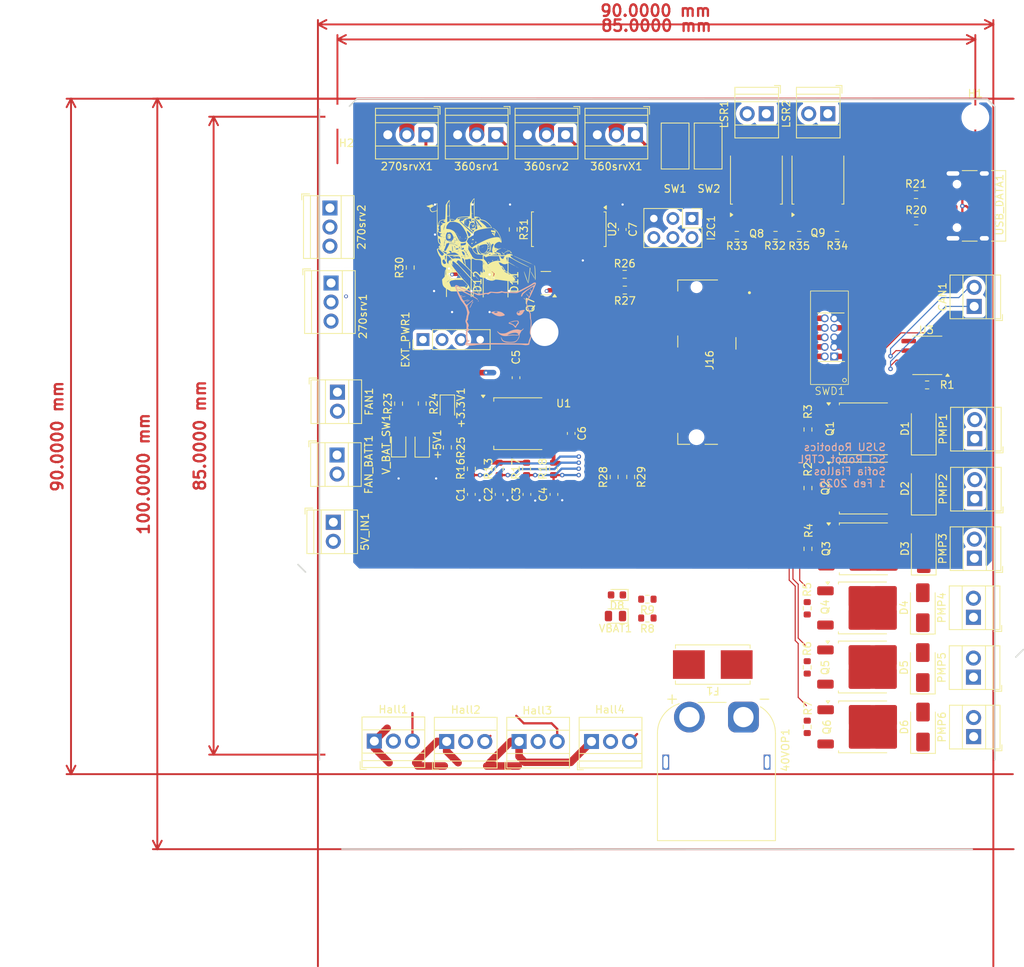
<source format=kicad_pcb>
(kicad_pcb (version 20240108) (generator "pcbnew") (generator_version "8.0")
  (layers (0 "F.Cu" signal "Front") (1 "In1.Cu" signal) (2 "In2.Cu" signal) (31 "B.Cu" signal "Back") (34 "B.Paste" user) (35 "F.Paste" user) (36 "B.SilkS" user "B.Silkscreen") (37 "F.SilkS" user "F.Silkscreen") (38 "B.Mask" user) (39 "F.Mask" user) (44 "Edge.Cuts" user))
  (net 0 "")
  (net 1 "GND")
  (net 2 "Net-(+3.3V1-A)")
  (net 3 "Net-(+5V1-A)")
  (net 4 "srv270")
  (net 5 "srv270_2")
  (net 6 "srv270_x")
  (net 7 "srv360")
  (net 8 "srv360_2")
  (net 9 "srv360_x")
  (net 10 "HE1DO")
  (net 11 "+5V")
  (net 12 "+3.3V")
  (net 13 "Net-(CAN1-Pin_1)")
  (net 14 "Net-(D11-A)")
  (net 15 "I2C_SCL1")
  (net 16 "I2C_SCL")
  (net 17 "I2C_SDA1")
  (net 18 "I2C_SDA")
  (net 19 "TX2")
  (net 20 "RX1")
  (net 21 "TX1")
  (net 22 "RX2")
  (net 23 "EMTR5")
  (net 27 "USB_VIN")
  (net 28 "RST")
  (net 34 "CAN_RX")
  (net 36 "USB_D-")
  (net 39 "EMTR6")
  (net 40 "EMTR4")
  (net 41 "LASR2")
  (net 47 "SWDCK")
  (net 51 "SWDIO")
  (net 53 "Boot")
  (net 54 "SDO")
  (net 55 "SCK")
  (net 56 "CAN_TX")
  (net 59 "USB_D+")
  (net 62 "LASR1")
  (net 65 "V_BAT_SW")
  (net 66 "Net-(Q8-G)")
  (net 67 "Net-(Q9-G)")
  (net 68 "CC2")
  (net 69 "Net-(CAN1-Pin_2)")
  (net 70 "Net-(U2-~{OE})")
  (net 87 "CC1")
  (net 90 "HE2DO")
  (net 91 "HE3DO")
  (net 92 "HE4DO")
  (net 93 "Net-(LSR1-Pin_2)")
  (net 94 "Net-(LSR2-Pin_2)")
  (net 98 "FAN")
  (net 99 "Net-(U3-Rs)")
  (net 100 "Net-(V_BAT_SW1-A)")
  (net 102 "Net-(40VOP1-Pin_2)")
  (net 103 "+40V")
  (net 104 "Net-(D1-A)")
  (net 105 "Net-(D2-A)")
  (net 106 "Net-(D3-A)")
  (net 107 "Net-(D4-A)")
  (net 108 "Net-(D5-A)")
  (net 109 "Net-(D6-A)")
  (net 110 "Net-(D8-K)")
  (net 111 "EMTR1")
  (net 112 "EMTR3")
  (net 113 "EMTR2")
  (net 114 "Net-(Q1-G)")
  (net 115 "Net-(Q2-G)")
  (net 116 "Net-(Q3-G)")
  (net 117 "Net-(Q4-G)")
  (net 118 "Net-(Q5-G)")
  (net 119 "Net-(Q6-G)")
  (net 120 "Net-(VBAT1-A)")
  (footprint "Button_Switch_SMD:SW_SPST_CK_RS282G05A3" (layer "F.Cu") (at 118.4 50.2 -90)
    (property "Reference" "SW2")
    (property "Value" "SW_SPST")
  )
  (footprint "TerminalBlock:TerminalBlock_Xinya_XY308-2.54-2P_1x02_P2.54mm_Horizontal" (layer "F.Cu") (at 153.875 105.13 90)
    (property "Reference" "PMP3")
    (property "Value" "Screw_Terminal_01x02")
  )
  (footprint "TerminalBlock:TerminalBlock_Xinya_XY308-2.54-2P_1x02_P2.54mm_Horizontal" (layer "F.Cu") (at 153.925 97.195 90)
    (property "Reference" "PMP2")
    (property "Value" "Screw_Terminal_01x02")
  )
  (footprint "SJSU_common:TO-252AD" (layer "F.Cu") (at 93.16 83.4)
    (property "Reference" "U1")
    (property "Value" "LF33ABDT-TR" (hide yes))
  )
  (footprint "Resistor_SMD:R_0603_1608Metric" (layer "F.Cu") (at 107.3 69.4 180)
    (property "Reference" "R27")
    (property "Value" "5.1k")
  )
  (footprint "Resistor_SMD:R_0603_1608Metric" (layer "F.Cu") (at 92.425 61.325 -90)
    (property "Reference" "R31")
    (property "Value" "10k")
  )
  (footprint "Resistor_SMD:R_0603_1608Metric" (layer "F.Cu") (at 108.075 94.3 -90)
    (property "Reference" "R29")
    (property "Value" "5.1k")
  )
  (footprint "Diode_SMD:D_SMA" (layer "F.Cu") (at 147.125 87.8575 90)
    (property "Reference" "D1")
    (property "Value" "D_Schottky")
  )
  (footprint "Diode_SMD:D_SMA" (layer "F.Cu") (at 147.025 127.625 90)
    (property "Reference" "D6")
    (property "Value" "D_Schottky")
  )
  (footprint "Capacitor_SMD:C_0603_1608Metric" (layer "F.Cu") (at 86.851331 96.625 90)
    (property "Reference" "C1")
    (property "Value" "100nF")
  )
  (footprint "Resistor_SMD:R_0603_1608Metric" (layer "F.Cu") (at 122.225 62.1 180)
    (property "Reference" "R33")
    (property "Value" "100")
  )
  (footprint "Resistor_SMD:R_0603_1608Metric" (layer "F.Cu") (at 131.7 103.875 -90)
    (property "Reference" "R4")
    (property "Value" "10")
  )
  (footprint "LOGO" (layer "F.Cu") (at 88 63.7)
    (property "Reference" "G***" (hide yes))
    (property "Value" "LOGO" (hide yes))
  )
  (footprint "TerminalBlock:TerminalBlock_Xinya_XY308-2.54-3P_1x03_P2.54mm_Horizontal" (layer "F.Cu") (at 83.555 129.55)
    (property "Reference" "Hall2")
    (property "Value" "Hall")
  )
  (footprint "Resistor_SMD:R_0603_1608Metric" (layer "F.Cu") (at 78.7 66.4 90)
    (property "Reference" "R30")
    (property "Value" "10k")
  )
  (footprint "Package_SO:SOIC-8_3.9x4.9mm_P1.27mm" (layer "F.Cu") (at 147.6 78.1 180)
    (property "Reference" "U3")
    (property "Value" "SN65HVD230")
  )
  (footprint "TerminalBlock:TerminalBlock_Xinya_XY308-2.54-3P_1x03_P2.54mm_Horizontal" (layer "F.Cu") (at 108.71 48.7 180)
    (property "Reference" "360srvX1")
    (property "Value" "extr1")
  )
  (footprint "TerminalBlock:TerminalBlock_Xinya_XY308-2.54-2P_1x02_P2.54mm_Horizontal" (layer "F.Cu") (at 153.925 89.1975 90)
    (property "Reference" "PMP1")
    (property "Value" "Screw_Terminal_01x02")
  )
  (footprint "Connector_PinHeader_2.54mm:PinHeader_2x03_P2.54mm_Vertical" (layer "F.Cu") (at 116.24 59.86 -90)
    (property "Reference" "I2C1")
    (property "Value" "Conn_02x03_Odd_Even")
  )
  (footprint "Resistor_SMD:R_0603_1608Metric" (layer "F.Cu") (at 135.575 62.1)
    (property "Reference" "R34")
    (property "Value" "6.8k")
  )
  (footprint "Capacitor_SMD:C_0603_1608Metric" (layer "F.Cu") (at 97.851331 96.625 90)
    (property "Reference" "C4")
    (property "Value" "100nF")
  )
  (footprint "Resistor_SMD:R_0603_1608Metric" (layer "F.Cu") (at 107.275 67.3)
    (property "Reference" "R26")
    (property "Value" "5.1k")
  )
  (footprint "Package_TO_SOT_SMD:TO-252-2" (layer "F.Cu") (at 139.065 119.625)
    (property "Reference" "Q5")
    (property "Value" "Q_NMOS_GDS")
  )
  (footprint "MountingHole:MountingHole_2.2mm_M2" (layer "F.Cu") (at 69 131.3)
    (property "Reference" "H3")
    (property "Value" "MountingHole")
  )
  (footprint "Resistor_SMD:R_0603_1608Metric" (layer "F.Cu") (at 77.151331 84.5325 90)
    (property "Reference" "R23")
    (property "Value" "330")
  )
  (footprint "Resistor_SMD:R_0603_1608Metric" (layer "F.Cu") (at 105.875 94.3 -90)
    (property "Reference" "R28")
    (property "Value" "5.1k")
  )
  (footprint "Capacitor_SMD:C_0603_1608Metric" (layer "F.Cu") (at 94.251331 96.625 90)
    (property "Reference" "C3")
    (property "Value" "100nF")
  )
  (footprint "TerminalBlock:TerminalBlock_Xinya_XY308-2.54-3P_1x03_P2.54mm_Horizontal" (layer "F.Cu") (at 68 58.46 -90)
    (property "Reference" "270srv2")
    (property "Value" "270srv2")
  )
  (footprint "TerminalBlock:TerminalBlock_Xinya_XY308-2.54-2P_1x02_P2.54mm_Horizontal" (layer "F.Cu") (at 68.45 100.335 -90)
    (property "Reference" "5V_IN1")
    (property "Value" "Screw_Terminal_01x02")
  )
  (footprint "TerminalBlock:TerminalBlock_Xinya_XY308-2.54-2P_1x02_P2.54mm_Horizontal" (layer "F.Cu") (at 153.85 71.575 90)
    (property "Reference" "CAN1")
    (property "Value" "Screw_Terminal_01x02")
  )
  (footprint "Package_SO:TSSOP-28_4.4x9.7mm_P0.65mm" (layer "F.Cu") (at 99.825 61.2875 -90)
    (property "Reference" "U2")
    (property "Value" "PCA9685PW")
  )
  (footprint "Resistor_SMD:R_0603_1608Metric" (layer "F.Cu") (at 130.525 62.1 180)
    (property "Reference" "R35")
    (property "Value" "100")
  )
  (footprint "TerminalBlock:TerminalBlock_Xinya_XY308-2.54-3P_1x03_P2.54mm_Horizontal" (layer "F.Cu") (at 99.4 48.7 180)
    (property "Reference" "360srv2")
    (property "Value" "360srv2")
  )
  (footprint "Resistor_SMD:R_0603_1608Metric" (layer "F.Cu") (at 147.575 82.035 180)
    (property "Reference" "R1")
    (property "Value" "120")
  )
  (footprint "Connector_USB:USB_C_Receptacle_HRO_TYPE-C-31-M-12" (layer "F.Cu") (at 154.15 58.18 90)
    (property "Reference" "USB_DATA1")
    (property "Value" "USB_C_Receptacle_USB2.0_16P")
  )
  (footprint "LED_SMD:LED_0805_2012Metric" (layer "F.Cu") (at 83.651331 85.0625 -90)
    (property "Reference" "+3.3V1")
    (property "Value" "LED_GRN")
  )
  (footprint "LED_SMD:LED_0805_2012Metric" (layer "F.Cu") (at 77.151331 89.95 90)
    (property "Reference" "V_BAT_SW1")
    (property "Value" "LED_GRN")
  )
  (footprint "TerminalBlock:TerminalBlock_Xinya_XY308-2.54-3P_1x03_P2.54mm_Horizontal" (layer "F.Cu") (at 80.79 48.7 180)
    (property "Reference" "270srvX1")
    (property "Value" "extr2")
  )
  (footprint "TerminalBlock:TerminalBlock_Xinya_XY308-2.54-2P_1x02_P2.54mm_Horizontal" (layer "F.Cu") (at 153.75 120.975 90)
    (property "Reference" "PMP5")
    (property "Value" "Screw_Terminal_01x02")
  )
  (footprint "TerminalBlock:TerminalBlock_Xinya_XY308-2.54-2P_1x02_P2.54mm_Horizontal" (layer "F.Cu") (at 69 83 -90)
    (property "Reference" "FAN1")
    (property "Value" "Screw_Terminal_01x02")
  )
  (footprint "Resistor_SMD:R_0603_1608Metric" (layer "F.Cu") (at 127.375 62.1)
    (property "Reference" "R32")
    (property "Value" "6.8k")
  )
  (footprint "Diode_SMD:D_SMA" (layer "F.Cu") (at 147 119.7 90)
    (property "Reference" "D5")
    (property "Value" "D_Schottky")
  )
  (footprint "Package_TO_SOT_SMD:TO-252-2" (layer "F.Cu") (at 124.825 54.635 90)
    (property "Reference" "Q8")
    (property "Value" "Q_NMOS_GDS")
  )
  (footprint "Resistor_SMD:R_0603_1608Metric" (layer "F.Cu") (at 97.801331 93.225 90)
    (property "Reference" "R18")
    (property "Value" "10k")
  )
  (footprint "Package_TO_SOT_SMD:TO-252-2" (layer "F.Cu") (at 139.09 127.6)
    (property "Reference" "Q6")
    (property "Value" "Q_NMOS_GDS")
  )
  (footprint "TerminalBlock:TerminalBlock_Xinya_XY308-2.54-2P_1x02_P2.54mm_Horizontal" (layer "F.Cu") (at 153.775 128.9 90)
    (property "Reference" "PMP6")
    (property "Value" "Screw_Terminal_01x02")
  )
  (footprint "Package_TO_SOT_SMD:TO-252-2" (layer "F.Cu") (at 139.19 87.8825)
    (property "Reference" "Q1")
    (property "Value" "Q_NMOS_GDS")
  )
  (footprint "Resistor_SMD:R_0603_1608Metric" (layer "F.Cu") (at 131.7 95.775 -90)
    (property "Reference" "R2")
    (property "Value" "10")
  )
  (footprint "Resistor_SMD:R_0603_1608Metric" (layer "F.Cu") (at 94.201331 93.225 90)
    (property "Reference" "R17")
    (property "Value" "10k")
  )
  (footprint "Resistor_SMD:R_0603_1608Metric" (layer "F.Cu") (at 80.301331 84.5175 90)
    (property "Reference" "R24")
    (property "Value" "330")
  )
  (footprint "MountingHole:MountingHole_2.2mm_M2" (layer "F.Cu") (at 69 46.3)
    (property "Reference" "H2")
    (property "Value" "MountingHole")
  )
  (footprint "Button_Switch_SMD:SW_SPST_CK_RS282G05A3" (layer "F.Cu") (at 114 50.2 -90)
    (property "Reference" "SW1")
    (property "Value" "SW_SPST")
  )
  (footprint "TerminalBlock:TerminalBlock_Xinya_XY308-2.54-2P_1x02_P2.54mm_Horizontal" (layer "F.Cu") (at 134.34 45.9 180)
    (property "Reference" "LSR2")
    (property "Value" "Screw_Terminal_01x02")
  )
  (footprint "Diode_SMD:D_SMA" (layer "F.Cu") (at 147.125 95.855 90)
    (property "Reference" "D2")
    (property "Value" "D_Schottky")
  )
  (footprint "Fuse:Fuseholder_Littelfuse_Nano2_154x" (layer "F.Cu") (at 119.015 119.3 180)
    (property "Reference" "F1")
    (property "Value" "Fuse_Small")
  )
  (footprint "Resistor_SMD:R_0603_1608Metric" (layer "F.Cu") (at 83.651331 90.3675 90)
    (property "Reference" "R25")
    (property "Value" "120")
  )
  (footprint "Resistor_SMD:R_0603_1608Metric" (layer "F.Cu") (at 131.6 119.675 -90)
    (property "Reference" "R6")
    (property "Value" "10")
  )
  (footprint "LED_SMD:LED_0805_2012Metric" (layer "F.Cu") (at 106.05 112.835 180)
    (property "Reference" "VBAT1")
    (property "Value" "LED_GRN")
  )
  (footprint "Resistor_SMD:R_0603_1608Metric" (layer "F.Cu") (at 146.095 56.68)
    (property "Reference" "R21")
    (property "Value" "5.1k")
  )
  (footprint "Capacitor_SMD:C_0603_1608Metric" (layer "F.Cu") (at 106.95 61.325 -90)
    (property "Reference" "C7")
    (property "Value" "100nF")
  )
  (footprint "TerminalBlock:TerminalBlock_Xinya_XY308-2.54-3P_1x03_P2.54mm_Horizontal" (layer "F.Cu") (at 102.855 129.55)
    (property "Reference" "Hall4")
    (property "Value" "Hall")
  )
  (footprint "TerminalBlock:TerminalBlock_Xinya_XY308-2.54-2P_1x02_P2.54mm_Horizontal" (layer "F.Cu") (at 68.95 91.375 -90)
    (property "Reference" "FAN_BATT1")
    (property "Value" "Screw_Terminal_01x02")
  )
  (footprint "TerminalBlock:TerminalBlock_Xinya_XY308-2.54-3P_1x03_P2.54mm_Horizontal" (layer "F.Cu") (at 90.1 48.7 180)
    (property "Reference" "360srv1")
    (property "Value" "360srv1")
  )
  (footprint "Package_TO_SOT_SMD:SOT-23" (layer "F.Cu") (at 96.775 68.475 180)
    (property "Reference" "Q7")
    (property "Value" "Q_NMOS_GDS")
  )
  (footprint "LED_SMD:LED_0603_1608Metric" (layer "F.Cu") (at 106.25 110.02 180)
    (property "Reference" "D8")
    (property "Value" "LED_BLU")
  )
  (footprint "TerminalBlock:TerminalBlock_Xinya_XY308-2.54-3P_1x03_P2.54mm_Horizontal" (layer "F.Cu") (at 73.915 129.5)
    (property "Reference" "Hall1")
    (property "Value" "Hall")
  )
  (footprint "Package_TO_SOT_SMD:TO-252-2" (layer "F.Cu") (at 133.025 54.635 90)
    (property "Reference" "Q9")
    (property "Value" "Q_NMOS_GDS")
  )
  (footprint "Resistor_SMD:R_0603_1608Metric" (layer "F.Cu") (at 131.7 87.975 90)
    (property "Reference" "R3")
    (property "Value" "10")
  )
  (footprint "Resistor_SMD:R_0603_1608Metric" (layer "F.Cu") (at 131.6 111.8 -90)
    (property "Reference" "R5")
    (property "Value" "10")
  )
  (footprint "LED_SMD:LED_0805_2012Metric" (layer "F.Cu") (at 80.301331 89.975 90)
    (property "Reference" "+5V1")
    (property "Value" "LED_GRN")
  )
  (footprint "Capacitor_SMD:C_0603_1608Metric" (layer "F.Cu") (at 100.151331 88.5 -90)
    (property "Reference" "C6")
    (property "Value" "10uF")
  )
  (footprint "Package_TO_SOT_SMD:TO-252-2" (layer "F.Cu") (at 139.19 95.78)
    (property "Reference" "Q2")
    (property "Value" "Q_NMOS_GDS")
  )
  (footprint "TerminalBlock:TerminalBlock_Xinya_XY308-2.54-2P_1x02_P2.54mm_Horizontal" (layer "F.Cu") (at 153.75 113 90)
    (property "Reference" "PMP4")
    (property "Value" "Screw_Terminal_01x02")
  )
  (footprint "Package_TO_SOT_SMD:TO-252-2" (layer "F.Cu") (at 139.19 103.88)
    (property "Reference" "Q3")
    (property "Value" "Q_NMOS_GDS")
  )
  (footprint "TerminalBlock:TerminalBlock_Xinya_XY308-2.54-3P_1x03_P2.54mm_Horizontal" (layer "F.Cu") (at 68.15 68.455 -90)
    (property "Reference" "270srv1")
    (property "Value" "270srv1")
  )
  (footprint "Resistor_SMD:R_0603_1608Metric" (layer "F.Cu") (at 110.3 110.59 180)
    (property "Reference" "R9")
    (property "Value" "3.9k")
  )
  (footprint "Capacitor_SMD:C_0603_1608Metric" (layer "F.Cu") (at 92.8 81.075 -90)
    (property "Reference" "C5")
    (property "Value" "10uF")
  )
  (footprint "Resistor_SMD:R_0603_1608Metric" (layer "F.Cu") (at 146.12 60.18)
    (property "Reference" "R20")
    (property "Value" "5.1k")
  )
  (footprint "Resistor_SMD:R_0603_1608Metric" (layer "F.Cu") (at 131.6 127.6 -90)
    (property "Reference" "R7")
    (property "Value" "10")
  )
  (footprint "SJSU_common:SWD_Conn" (layer "F.Cu") (at 135.19 84.36 180)
    (property "Reference" "SWD1")
    (property "Value" "Conn_02x05_Odd_Even")
  )
  (footprint "MountingHole:MountingHole_2.2mm_M2" (layer "F.Cu") (at 154 46.4)
    (property "Reference" "H1")
    (property "Value" "MountingHole")
  )
  (footprint "Diode_SMD:D_SMA" (layer "F.Cu") (at 85.175 68.275 -90)
    (property "Reference" "D12")
    (property "Value" "D_Schottky")
  )
  (footprint "Connector_PinHeader_2.54mm:PinHeader_1x04_P2.54mm_Vertical" (layer "F.Cu") (at 80.4 76 90)
    (property "Reference" "EXT_PWR1")
    (property "Value" "Conn_01x04")
  )
  (footprint "SJSU_common:micromod" (layer "F.Cu") (at 108.6 79 90)
    (property "Reference" "J16")
    (property "Value" "MicroMod" (hide yes))
  )
  (footprint "Diode_SMD:D_SMA" (layer "F.Cu") (at 147 111.725 90)
    (property "Reference" "D4")
    (property "Value" "D_Schottky")
  )
  (footprint "Connector_AMASS:AMASS_XT60PW-M_1x02_P7.20mm_Horizontal" (layer "F.Cu") (at 123.1 126.3 180)
    (property "Reference" "40VOP1")
    (property "Value" "xT60M")
  )
  (footprint "Diode_SMD:D_SMA" (layer "F.Cu") (at 90.075 68.325 -90)
    (property "Reference" "D11")
    (property "Value" "D_Schottky")
  )
  (footprint "TerminalBlock:TerminalBlock_Xinya_XY308-2.54-3P_1x03_P2.54mm_Horizontal" (layer "F.Cu") (at 93.205 129.55)
    (property "Reference" "Hall3")
    (property "Value" "Hall")
  )
  (footprint "Resistor_SMD:R_0603_1608Metric" (layer "F.Cu") (at 90.551331 93.225 90)
    (property "Reference" "R13")
    (property "Value" "10k")
  )
  (footprint "Diode_SMD:D_SMA" (layer "F.Cu") (at 147.125 103.855 90)
    (property "Reference" "D3")
    (property "Value" "D_Schottky")
  )
  (footprint "Resistor_SMD:R_0603_1608Metric" (layer "F.Cu") (at 110.3 113.1 180)
    (property "Reference" "R8")
    (property "Value" "560")
  )
  (footprint "Capacitor_SMD:C_0603_1608Metric" (layer "F.Cu") (at 90.551331 96.625 90)
    (property "Reference" "C2")
    (property "Value" "100nF")
  )
  (footprint "Resistor_SMD:R_0603_1608Metric" (layer "F.Cu") (at 86.851331 93.225 90)
    (property "Reference" "R16")
    (property "Value" "10k")
  )
  (footprint "Package_TO_SOT_SMD:TO-252-2" (layer "F.Cu") (at 139.065 111.75)
    (property "Reference" "Q4")
    (property "Value" "Q_NMOS_GDS")
  )
  (footprint "TerminalBlock:TerminalBlock_Xinya_XY308-2.54-2P_1x02_P2.54mm_Horizontal" (layer "F.Cu") (at 126.14 45.9 180)
    (property "Reference" "LSR1")
    (property "Value" "Screw_Terminal_01x02")
  )
  (footprint "LOGO" (layer "B.Cu") (at 90.1 72.55 180)
    (property "Reference" "G***" (hide yes))
    (property "Value" "LOGO" (hide yes))
  )
  (gr_line (start 156.6 132) (end 156.6 44.95) (stroke (width 0.2)) (layer "Edge.Cuts"))
  (gr_line (start 66.6 132) (end 66.6 45.3) (stroke (width 0.2)) (layer "Edge.Cuts"))
  (gr_line (start 71.6 43.9) (end 70.6 44.9) (stroke (width 0.2)) (layer "Edge.Cuts"))
  (gr_line (start 64.75 106.975) (end 63.75 105.975) (stroke (width 0.2)) (layer "Edge.Cuts"))
  (gr_line (start 156.6 44.95) (end 155.6 43.95) (stroke (width 0.2)) (layer "Edge.Cuts"))
  (gr_line (start 160.4 117.29) (end 159.4 118.29) (stroke (width 0.2)) (layer "Edge.Cuts"))
  (gr_line (start 153.6 143.9125) (end 69.6 143.8875) (stroke (width 0.2)) (layer "Edge.Cuts"))
  (gr_line (start 155.6 43.95) (end 71.6 43.9) (stroke (width 0.2)) (layer "Edge.Cuts"))
  (gr_text "SJSU Robotics\nSci Robot CTRL\nSofia Fiallos\n1 Feb 2025" (at 142.15 95.75 0) (layer "B.SilkS") (effects (font (size 1 1)) (justify left bottom mirror)))
  (dimension (type aligned) (layer "F.Cu") (pts (xy 69.5 131.3) (xy 69.5 46.3)) (height -17) (gr_text "85.0000 mm" (at 50.6712 88.8 90) (layer "F.Cu") (effects (font (size 1.524 1.524) (thickness 0.3048)))) (format (prefix "") (suffix "") (units 3) (units_format 1) (precision 4)) (style (thickness 0.254) (arrow_length 1.27) (text_position_mode 0) (extension_height 0.58642) (extension_offset 0.5) keep_text_aligned))
  (dimension (type aligned) (layer "F.Cu") (pts (xy 159.499999 43.9) (xy 159.499999 133.9)) (height 125.999999) (gr_text "90.0000 mm" (at 31.6712 88.9 90) (layer "F.Cu") (effects (font (size 1.524 1.524) (thickness 0.3048)))) (format (prefix "") (suffix "") (units 3) (units_format 1) (precision 4)) (style (thickness 0.254) (arrow_length 1.27) (text_position_mode 0) (extension_height 0.58642) (extension_offset 0.5) keep_text_aligned))
  (dimension (type aligned) (layer "F.Cu") (pts (xy 69 53) (xy 154 53)) (height -17) (gr_text "85.0000 mm" (at 111.5 34.1712 0) (layer "F.Cu") (effects (font (size 1.524 1.524) (thickness 0.3048)))) (format (prefix "") (suffix "") (units 3) (units_format 1) (precision 4)) (style (thickness 0.254) (arrow_length 1.27) (text_position_mode 0) (extension_height 0.58642) (extension_offset 0.5) keep_text_aligned))
  (dimension (type aligned) (layer "F.Cu") (pts (xy 159.6 43.9) (xy 159.6 143.9)) (height 114.6) (gr_text "100.0000 mm" (at 43.1712 93.9 90) (layer "F.Cu") (effects (font (size 1.524 1.524) (thickness 0.3048)))) (format (prefix "") (suffix "") (units 3) (units_format 1) (precision 4)) (style (thickness 0.254) (arrow_length 1.27) (text_position_mode 0) (extension_height 0.58642) (extension_offset 0.5) keep_text_aligned))
  (dimension (type aligned) (layer "F.Cu") (pts (xy 156.4 160) (xy 66.4 160)) (height 125.999999) (gr_text "90.0000 mm" (at 111.4 32.171201 0) (layer "F.Cu") (effects (font (size 1.524 1.524) (thickness 0.3048)))) (format (prefix "") (suffix "") (units 3) (units_format 1) (precision 4)) (style (thickness 0.254) (arrow_length 1.27) (text_position_mode 0) (extension_height 0.58642) (extension_offset 0.5) keep_text_aligned))
  (segment (start 121.35 68.975) (end 122.125 69.75) (width 0.3) (layer "F.Cu") (net 1))
  (segment (start 92 58) (end 92.75 57.25) (width 0.4) (layer "F.Cu") (net 1))
  (segment (start 97.851331 97.4) (end 98.951331 97.4) (width 0.2) (layer "F.Cu") (net 1))
  (segment (start 151.02 54.015) (end 150.105 54.93) (width 0.3) (layer "F.Cu") (net 1))
  (segment (start 86.851331 97.4) (end 87.951331 97.4) (width 0.2) (layer "F.Cu") (net 1))
  (segment (start 107.25 58.25) (end 107.25 60.25) (width 0.3) (layer "F.Cu") (net 1))
  (segment (start 95.15 57.25) (end 95.6 57.7) (width 0.4) (layer "F.Cu") (net 1))
  (segment (start 101.45 64.15) (end 101.45 65.2) (width 0.4) (layer "F.Cu") (net 1))
  (segment (start 86.5 72.2) (end 86.5 71.705) (width 0.3) (layer "F.Cu") (net 1))
  (segment (start 94.4 87.2) (end 99.626331 87.2) (width 0.3) (layer "F.Cu") (net 1))
  (segment (start 150.105 61.43) (end 150.105 61.585) (width 0.3) (layer "F.Cu") (net 1))
  (segment (start 150.105 61.585) (end 151.02 62.5) (width 0.3) (layer "F.Cu") (net 1))
  (segment (start 82.151331 93.9) (end 82.151331 94.5) (width 0.3) (layer "F.Cu") (net 1))
  (segment (start 92 58) (end 91.65 58.35) (width 0.3) (layer "F.Cu") (net 1))
  (segment (start 101.45 58.425) (end 104.05 58.425) (width 0.3) (layer "F.Cu") (net 1))
  (segment (start 151.02 53.86) (end 151.02 54.015) (width 0.3) (layer "F.Cu") (net 1))
  (segment (start 104.675 57.8) (end 106.8 57.8) (width 0.3) (layer "F.Cu") (net 1))
  (segment (start 87.05 72.75) (end 86.5 72.2) (width 0.3) (layer "F.Cu") (net 1))
  (segment (start 148.4 79.435001) (end 148.4 82.035) (width 0.15) (layer "F.Cu") (net 1))
  (segment (start 147.02 54.93) (end 145.27 56.68) (width 0.3) (layer "F.Cu") (net 1))
  (segment (start 92.75 57.25) (end 95.15 57.25) (width 0.4) (layer "F.Cu") (net 1))
  (segment (start 90.551331 97.4) (end 91.651331 97.4) (width 0.2) (layer "F.Cu") (net 1))
  (segment (start 104.05 58.425) (end 104.675 57.8) (width 0.3) (layer "F.Cu") (net 1))
  (segment (start 99.626331 87.2) (end 100.151331 87.725) (width 0.3) (layer "F.Cu") (net 1))
  (segment (start 149.100001 78.735) (end 148.4 79.435001) (width 0.15) (layer "F.Cu") (net 1))
  (segment (start 150.075 78.735) (end 149.100001 78.735) (width 0.15) (layer "F.Cu") (net 1))
  (segment (start 145.295 60.18) (end 146.545 61.43) (width 0.3) (layer "F.Cu") (net 1))
  (segment (start 121.320818 69.75) (end 121.073 69.997818) (width 0.3) (layer "F.Cu") (net 1))
  (segment (start 101.45 64.15) (end 102.1 64.15) (width 0.3) (layer "F.Cu") (net 1))
  (segment (start 94.325 64.275) (end 93.925 64.275) (width 0.3) (layer "F.Cu") (net 1))
  (segment (start 95.301331 97.4) (end 95.351331 97.45) (width 0.2) (layer "F.Cu") (net 1))
  (segment (start 91.65 59.725) (end 92.425 60.5) (width 0.3) (layer "F.Cu") (net 1))
  (segment (start 80.301331 90.9125) (end 80.301331 92.05) (width 0.3) (layer "F.Cu") (net 1))
  (segment (start 91.65 58.35) (end 91.65 59.725) (width 0.3) (layer "F.Cu") (net 1))
  (segment (start 150.105 54.93) (end 147.02 54.93) (width 0.3) (layer "F.Cu") (net 1))
  (segment (start 145.32 60.18) (end 145.32 59.93) (width 0.3) (layer "F.Cu") (net 1))
  (segment (start 95.6 57.7) (end 95.6 58.425) (width 0.4) (layer "F.Cu") (net 1))
  (segment (start 146.545 61.43) (end 150.105 61.43) (width 0.3) (layer "F.Cu") (net 1))
  (segment (start 121.073 71.073) (end 121.25 71.25) (width 0.3) (layer "F.Cu") (net 1))
  (segment (start 121.25 71.25) (end 122.125 71.25) (width 0.3) (layer "F.Cu") (net 1))
  (segment (start 106.8 57.8) (end 107.25 58.25) (width 0.3) (layer "F.Cu") (net 1))
  (segment (start 121.073 69.997818) (end 121.073 71.073) (width 0.3) (layer "F.Cu") (net 1))
  (segment (start 77.151331 90.8875) (end 77.151331 94.5) (width 0.3) (layer "F.Cu") (net 1))
  (segment (start 80.301331 92.05) (end 82.151331 93.9) (width 0.3) (layer "F.Cu") (net 1))
  (segment (start 101.45 65.2) (end 101.7 65.45) (width 0.4) (layer "F.Cu") (net 1))
  (segment (start 107.25 60.25) (end 106.95 60.55) (width 0.3) (layer "F.Cu") (net 1))
  (segment (start 94.251331 97.4) (end 95.301331 97.4) (width 0.2) (layer "F.Cu") (net 1))
  (segment (start 122.125 69.75) (end 121.320818 69.75) (width 0.3) (layer "F.Cu") (net 1))
  (segment (start 121.35 68.65) (end 121.35 68.975) (width 0.15) (layer "F.Cu") (net 1))
  (via (at 91.651331 97.4) (size 0.5) (drill 0.3) (layers "F.Cu" "B.Cu") (net 1))
  (via (at 84.275 72.325) (size 0.5) (drill 0.3) (layers "F.Cu" "B.Cu") (net 1))
  (via (at 87.951331 97.4) (size 0.5) (drill 0.3) (layers "F.Cu" "B.Cu") (net 1))
  (via (at 92 58) (size 0.5) (drill 0.3) (layers "F.Cu" "B.Cu") (net 1))
  (via (at 81.875 69.525) (size 0.5) (drill 0.3) (layers "F.Cu" "B.Cu") (net 1))
  (via (at 77.151331 94.5) (size 0.5) (drill 0.3) (layers "F.Cu" "B.Cu") (net 1))
  (via (at 101.7 65.45) (size 0.6) (drill 0.3) (layers "F.Cu" "B.Cu") (net 1))
  (via (at 83.875 66.525) (size 0.5) (drill 0.3) (layers "F.Cu" "B.Cu") (net 1))
  (via (at 89.275 72.325) (size 0.5) (drill 0.3) (layers "F.Cu" "B.Cu") (net 1))
  (via (at 86.875 69.525) (size 0.5) (drill 0.3) (layers "F.Cu" "B.Cu") (net 1))
  (via (at 98.951331 97.4) (size 0.5) (drill 0.3) (layers "F.Cu" "B.Cu") (net 1))
  (via (at 91.875 69.525) (size 0.5) (drill 0.3) (layers "F.Cu" "B.Cu") (net 1))
  (via (at 107 58) (size 0.5) (drill 0.3) (layers "F.Cu" "B.Cu") (net 1))
  (via (at 87 62) (size 0.5) (drill 0.3) (layers "F.Cu" "B.Cu") (net 1))
  (via (at 82 62) (size 0.5) (drill 0.3) (layers "F.Cu" "B.Cu") (net 1))
  (via (at 70.15 70.235) (size 0.5) (drill 0.3) (layers "F.Cu" "B.Cu") (net 1))
  (via (at 82 58) (size 0.5) (drill 0.3) (layers "F.Cu" "B.Cu") (net 1))
  (via (at 82.151331 94.5) (size 0.5) (drill 0.3) (layers "F.Cu" "B.Cu") (net 1))
  (via (at 87 58) (size 0.5) (drill 0.3) (layers "F.Cu" "B.Cu") (net 1))
  (via (at 95.351331 97.45) (size 0.5) (drill 0.3) (layers "F.Cu" "B.Cu") (net 1))
  (segment (start 82.843831 91.1925) (end 83.651331 91.1925) (width 0.3) (layer "F.Cu") (net 2))
  (segment (start 82.301331 90.65) (end 82.843831 91.1925) (width 0.3) (layer "F.Cu") (net 2))
  (segment (start 83.651331 86) (end 83.201331 86) (width 0.3) (layer "F.Cu") (net 2))
  (segment (start 82.301331 86.9) (end 82.301331 90.65) (width 0.3) (layer "F.Cu") (net 2))
  (segment (start 83.201331 86) (end 82.301331 86.9) (width 0.3) (layer "F.Cu") (net 2))
  (segment (start 80.301331 85.3425) (end 80.301331 89.0375) (width 0.3) (layer "F.Cu") (net 3))
  (segment (start 97.55 57.495584) (end 95.954416 55.9) (width 0.4) (layer "F.Cu") (net 4))
  (segment (start 97.55 58.425) (end 97.55 57.495584) (width 0.4) (layer "F.Cu") (net 4))
  (segment (start 98.2 57.297056) (end 96.202944 55.3) (width 0.4) (layer "F.Cu") (net 5))
  (segment (start 98.2 58.425) (end 98.2 57.297056) (width 0.4) (layer "F.Cu") (net 5))
  (segment (start 90.962944 54.75) (end 77.555 54.75) (width 0.4) (layer "F.Cu") (net 5))
  (segment (start 98.85 57.098528) (end 96.451472 54.7) (width 0.4) (layer "F.Cu") (net 6))
  (segment (start 84.66 54.15) (end 80.79 50.28) (width 0.4) (layer "F.Cu") (net 6))
  (segment (start 98.85 58.425) (end 98.85 57.098528) (width 0.4) (layer "F.Cu") (net 6))
  (segment (start 91.211472 54.15) (end 84.66 54.15) (width 0.4) (layer "F.Cu") (net 6))
  (segment (start 80.79 50.28) (end 80.79 48.7) (width 0.4) (layer "F.Cu") (net 6))
  (segment (start 96.8 54.2) (end 99.5 56.9) (width 0.4) (layer "F.Cu") (net 7))
  (segment (start 99.5 56.9) (end 99.5 58.425) (width 0.4) (layer "F.Cu") (net 7))
  (segment (start 90.1 48.7) (end 91.56 50.16) (width 0.4) (layer "F.Cu") (net 7))
  (segment (start 91.56 50.16) (end 91.56 53.65) (width 0.4) (layer "F.Cu") (net 7))
  (segment (start 100.66 52.65) (end 100.66 49.96) (width 0.4) (layer "F.Cu") (net 8))
  (segment (start 97.61 53.65) (end 99.66 53.65) (width 0.4) (layer "F.Cu") (net 8))
  (segment (start 100.15 56.9) (end 102.85 54.2) (width 0.4) (layer "F.Cu") (net 8))
  (segment (start 99.66 53.65) (end 100.66 52.65) (width 0.4) (layer "F.Cu") (net 8))
  (segment (start 100.66 49.96) (end 99.4 48.7) (width 0.4) (layer "F.Cu") (net 8))
  (segment (start 100.15 58.425) (end 100.15 56.9) (width 0.4) (layer "F.Cu") (net 8))
  (segment (start 97.858528 54.25) (end 108.06 54.25) (width 0.4) (layer "F.Cu") (net 9))
  (segment (start 100.8 58.425) (end 100.8 57.098528) (width 0.4) (layer "F.Cu") (net 9))
  (segment (start 109.96 52.35) (end 109.96 49.95) (width 0.4) (layer "F.Cu") (net 9))
  (segment (start 100.8 57.098528) (end 103.098528 54.8) (width 0.4) (layer "F.Cu") (net 9))
  (segment (start 108.06 54.25) (end 109.96 52.35) (width 0.4) (layer "F.Cu") (net 9))
  (segment (start 109.96 49.95) (end 108.71 48.7) (width 0.4) (layer "F.Cu") (net 9))
  (segment (start 101.178992 91.6) (end 101.164412 91.58542) (width 0.2) (layer "F.Cu") (net 10))
  (segment (start 86.851331 94.05) (end 86.851331 95.85) (width 0.3) (layer "F.Cu") (net 10))
  (segment (start 85.901331 95.85) (end 86.851331 95.85) (width 0.3) (layer "F.Cu") (net 10))
  (segment (start 78.995 129.5) (end 78.995 125.76) (width 0.3) (layer "F.Cu") (net 10))
  (segment (start 86.851331 94.05) (end 88.001331 94.05) (width 0.3) (layer "F.Cu") (net 10))
  (via (at 88.001331 94.05) (size 0.6) (drill 0.3) (layers "F.Cu" "B.Cu") (net 10))
  (via (at 101.164412 91.58542) (size 0.6) (drill 0.3) (layers "F.Cu" "B.Cu") (net 10))
  (segment (start 88.001331 94.05) (end 89.051331 94.05) (width 0.3) (layer "B.Cu") (net 10))
  (segment (start 97.751331 92.5) (end 98.665911 91.58542) (width 0.3) (layer "B.Cu") (net 10))
  (segment (start 98.665911 91.58542) (end 101.164412 91.58542) (width 0.3) (layer "B.Cu") (net 10))
  (segment (start 89.051331 94.05) (end 90.601331 92.5) (width 0.3) (layer "B.Cu") (net 10))
  (segment (start 90.601331 92.5) (end 97.751331 92.5) (width 0.3) (layer "B.Cu") (net 10))
  (segment (start 87.51 45.75) (end 87.56 45.8) (width 2) (layer "F.Cu") (net 11))
  (segment (start 89.28 132.375) (end 92.105 129.55) (width 1) (layer "F.Cu") (net 11))
  (segment (start 82.255 129.55) (end 83.555 129.55) (width 1) (layer "F.Cu") (net 11))
  (segment (start 78.26 45.75) (end 78.25 45.76) (width 2) (layer "F.Cu") (net 11))
  (segment (start 88.8925 132.8125) (end 93.0925 132.8125) (width 1) (layer "F.Cu") (net 11))
  (segment (start 89.651331 83.108669) (end 88.1 84.66) (width 1) (layer "F.Cu") (net 11))
  (segment (start 79.43 132.375) (end 82.255 129.55) (width 1) (layer "F.Cu") (net 11))
  (segment (start 86.6 80.4) (end 88.8 80.4) (width 0.75) (layer "F.Cu") (net 11))
  (segment (start 86.0575 80.9425) (end 86.0575 83.5925) (width 1) (layer "F.Cu") (net 11))
  (segment (start 87.56 45.9) (end 87.31 45.65) (width 2) (layer "F.Cu") (net 11))
  (segment (start 87.86 45.6) (end 96.61 45.6) (width 2) (layer "F.Cu") (net 11))
  (segment (start 73.915 129.5) (end 73.915 130.41) (width 1) (layer "F.Cu") (net 11))
  (segment (start 87.31 45.65) (end 78.56 45.65) (width 2) (layer "F.Cu") (net 11))
  (segment (start 87.61 45.85) (end 87.86 45.6) (width 2) (layer "F.Cu") (net 11))
  (segment (start 79.6925 132.8125) (end 83.2425 132.8125) (width 1) (layer "F.Cu") (net 11))
  (segment (start 97.11 45.7) (end 104.46 45.7) (width 2) (layer "F.Cu") (net 11))
  (segment (start 93.205 131.55) (end 93.98 132.325) (width 1) (layer "F.Cu") (net 11))
  (segment (start 78.25 45.76) (end 78.25 48.7) (width 2) (layer "F.Cu") (net 11))
  (segment (start 77.91 45.5) (end 78.31 45.9) (width 2) (layer "F.Cu") (net 11))
  (segment (start 92.105 129.55) (end 93.205 129.55) (width 1) (layer "F.Cu") (net 11))
  (segment (start 78.56 45.65) (end 78.31 45.9) (width 2) (layer "F.Cu") (net 11))
  (segment (start 87.56 45.8) (end 87.56 48.7) (width 2) (layer "F.Cu") (net 11))
  (segment (start 106.17 47.41) (end 106.17 48.7) (width 2) (layer "F.Cu") (net 11))
  (segment (start 83.555 129.55) (end 83.555 130.85) (width 1) (layer "F.Cu") (net 11))
  (segment (start 86.6 80.4) (end 86.0575 80.9425) (width 1) (layer "F.Cu") (net 11))
  (segment (start 73.915 130.41) (end 75.88 132.375) (width 1) (layer "F.Cu") (net 11))
  (segment (start 96.91 45.9) (end 97.11 45.7) (width 2) (layer "F.Cu") (net 11))
  (segment (start 83.555 130.85) (end 85.08 132.375) (width 1) (layer "F.Cu") (net 11))
  (segment (start 96.86 45.75) (end 96.86 48.7) (width 2) (layer "F.Cu") (net 11))
  (segment (start 93.98 132.325) (end 100.08 132.325) (width 1) (layer "F.Cu") (net 11))
  (segment (start 73.915 129.5) (end 75.63 127.785) (width 1) (layer "F.Cu") (net 11))
  (segment (start 80.408831 83.6925) (end 80.301331 83.6925) (width 1) (layer "F.Cu") (net 11))
  (segment (start 100.08 132.325) (end 102.855 129.55) (width 1) (layer "F.Cu") (net 11))
  (segment (start 85.175 70.975) (end 85.175 70.275) (width 1) (layer "F.Cu") (net 11))
  (segment (start 78.751331 84.5) (end 79.558831 83.6925) (width 1) (layer "F.Cu") (net 11))
  (segment (start 84.138831 100.8225) (end 84.138831 83.6625) (width 1) (layer "F.Cu") (net 11))
  (segment (start 93.205 129.55) (end 93.205 131.55) (width 1) (layer "F.Cu") (net 11))
  (segment (start 96.61 45.6) (end 96.91 45.9) (width 2) (layer "F.Cu") (net 11))
  (segment (start 79.558831 83.6925) (end 80.301331 83.6925) (width 1) (layer "F.Cu") (net 11))
  (segment (start 104.46 45.7) (end 106.17 47.41) (width 2) (layer "F.Cu") (net 11))
  (via (at 88.8 80.4) (size 0.6) (drill 0.3) (layers "F.Cu" "B.Cu") (net 11))
  (via (at 96.875 69.525) (size 0.5) (drill 0.3) (layers "F.Cu" "B.Cu") (net 11))
  (segment (start 88.8 80.4) (end 89.8 80.4) (width 0.75) (layer "B.Cu") (net 11))
  (segment (start 87.9025 89.5425) (end 88.1 89.74) (width 0.3) (layer "F.Cu") (net 12))
  (segment (start 88.1 90.551331) (end 86.851331 91.8) (width 0.3) (layer "F.Cu") (net 12))
  (segment (start 98.543908 92.4) (end 97.801331 92.4) (width 0.5) (layer "F.Cu") (net 12))
  (segment (start 104.05 64.15) (end 104.05 65.201472) (width 0.4) (layer "F.Cu") (net 12))
  (segment (start 83.651331 89.5425) (end 87.9025 89.5425) (width 0.3) (layer "F.Cu") (net 12))
  (segment (start 104.05 65.201472) (end 105.248528 66.4) (width 0.4) (layer "F.Cu") (net 12))
  (segment (start 83.651331 89.5425) (end 83.658831 89.55) (width 0.3) (layer "F.Cu") (net 12))
  (segment (start 101.701331 86.85) (end 101.701331 88.6) (width 0.5) (layer "F.Cu") (net 12))
  (segment (start 99.251331 84.4) (end 101.701331 86.85) (width 0.5) (layer "F.Cu") (net 12))
  (segment (start 90.551331 92.4) (end 94.201331 92.4) (width 0.5) (layer "F.Cu") (net 12))
  (segment (start 99.676331 89.275) (end 97.801331 91.15) (width 0.5) (layer "F.Cu") (net 12))
  (segment (start 101.701331 88.6) (end 101.026331 89.275) (width 0.5) (layer "F.Cu") (net 12))
  (segment (start 86.851331 91.8) (end 86.851331 92.4) (width 0.3) (layer "F.Cu") (net 12))
  (segment (start 106.9185 62.1) (end 106.9185 63.5815) (width 0.3) (layer "F.Cu") (net 12))
  (segment (start 86.851331 92.4) (end 90.551331 92.4) (width 0.5) (layer "F.Cu") (net 12))
  (segment (start 106.9185 63.5815) (end 106.35 64.15) (width 0.3) (layer "F.Cu") (net 12))
  (segment (start 88.1 89.74) (end 88.1 90.551331) (width 0.3) (layer "F.Cu") (net 12))
  (segment (start 100.151331 89.275) (end 99.676331 89.275) (width 0.5) (layer "F.Cu") (net 12))
  (segment (start 101.026331 89.275) (end 100.151331 89.275) (width 0.5) (layer "F.Cu") (net 12))
  (segment (start 106.35 64.15) (end 104.05 64.15) (width 0.3) (layer "F.Cu") (net 12))
  (segment (start 97.801331 91.15) (end 97.801331 92.4) (width 0.5) (layer "F.Cu") (net 12))
  (segment (start 142.7 79.9) (end 142.7 79.5) (width 0.15) (layer "F.Cu") (net 13))
  (segment (start 143.465 78.735) (end 145.125 78.735) (width 0.15) (layer "F.Cu") (net 13))
  (segment (start 142.7 79.5) (end 143.465 78.735) (width 0.15) (layer "F.Cu") (net 13))
  (via (at 142.7 79.9) (size 0.6) (drill 0.3) (layers "F.Cu" "B.Cu") (net 13))
  (segment (start 142.7 79.9) (end 142.7 78.909936) (width 0.15) (layer "B.Cu") (net 13))
  (segment (start 142.7 78.909936) (end 150.034936 71.575) (width 0.15) (layer "B.Cu") (net 13))
  (segment (start 150.034936 71.575) (end 153.85 71.575) (width 0.15) (layer "B.Cu") (net 13))
  (segment (start 95.125 68.475) (end 95.8375 68.475) (width 1) (layer "F.Cu") (net 14))
  (segment (start 90.075 70.325) (end 93.275 70.325) (width 1) (layer "F.Cu") (net 14))
  (segment (start 93.275 70.325) (end 95.125 68.475) (width 1) (layer "F.Cu") (net 14))
  (segment (start 102.75 65.6) (end 104.75 67.6) (width 0.4) (layer "F.Cu") (net 16))
  (segment (start 102.75 64.15) (end 102.75 65.6) (width 0.4) (layer "F.Cu") (net 16))
  (segment (start 106.525 93.475) (end 105.875 93.475) (width 0.3) (layer "F.Cu") (net 17))
  (segment (start 103.4 65.4) (end 105 67) (width 0.4) (layer "F.Cu") (net 18))
  (segment (start 103.4 64.15) (end 103.4 65.4) (width 0.4) (layer "F.Cu") (net 18))
  (segment (start 129.7 94.4) (end 129.7 107.9) (width 0.15) (layer "F.Cu") (net 23))
  (segment (start 127.8 91.3) (end 127.8 92.5) (width 0.15) (layer "F.Cu") (net 23))
  (segment (start 130.4 115.775) (end 131.4 116.775) (width 0.15) (layer "F.Cu") (net 23))
  (segment (start 130.4 108.6) (end 130.4 115.775) (width 0.15) (layer "F.Cu") (net 23))
  (segment (start 123.75 87.25) (end 127.8 91.3) (width 0.15) (layer "F.Cu") (net 23))
  (segment (start 122.125 87.25) (end 123.75 87.25) (width 0.15) (layer "F.Cu") (net 23))
  (segment (start 129.7 107.9) (end 130.4 108.6) (width 0.15) (layer "F.Cu") (net 23))
  (segment (start 127.8 92.5) (end 129.7 94.4) (width 0.15) (layer "F.Cu") (net 23))
  (segment (start 153.7 62) (end 143.95 71.75) (width 0.3) (layer "F.Cu") (net 27))
  (segment (start 143.95 71.75) (end 122.125 71.75) (width 0.3) (layer "F.Cu") (net 27))
  (segment (start 152.27 59.319695) (end 151.009695 60.58) (width 0.3) (layer "F.Cu") (net 27))
  (segment (start 152.27 58.2) (end 152.8 58.2) (width 0.3) (layer "F.Cu") (net 27))
  (segment (start 152.27 57.05188) (end 152.27 59.319695) (width 0.3) (layer "F.Cu") (net 27))
  (segment (start 150.47 55.78) (end 150.99812 55.78) (width 0.3) (layer "F.Cu") (net 27))
  (segment (start 152.8 58.2) (end 153.7 59.1) (width 0.3) (layer "F.Cu") (net 27))
  (segment (start 150.99812 55.78) (end 152.27 57.05188) (width 0.3) (layer "F.Cu") (net 27))
  (segment (start 153.7 59.1) (end 153.7 62) (width 0.3) (layer "F.Cu") (net 27))
  (segment (start 151.009695 60.58) (end 150.47 60.58) (width 0.3) (layer "F.Cu") (net 27))
  (via (at 152.27 58.2) (size 0.6) (drill 0.3) (layers "F.Cu" "B.Cu") (net 27))
  (segment (start 144.1 75.1) (end 148.98 75.1) (width 0.15) (layer "F.Cu") (net 34))
  (segment (start 122.125 79.75) (end 139.45 79.75) (width 0.15) (layer "F.Cu") (net 34))
  (segment (start 148.98 75.1) (end 150.075 76.195) (width 0.15) (layer "F.Cu") (net 34))
  (segment (start 139.45 79.75) (end 144.1 75.1) (width 0.15) (layer "F.Cu") (net 34))
  (segment (start 151.14812 57.93) (end 151.47 58.25188) (width 0.3) (layer "F.Cu") (net 36))
  (segment (start 149.77 58.93) (end 150.47 58.93) (width 0.3) (layer "F.Cu") (net 36))
  (segment (start 151.22 58.93) (end 150.47 58.93) (width 0.3) (layer "F.Cu") (net 36))
  (segment (start 133.2 70.75) (end 145.02 58.93) (width 0.3) (layer "F.Cu") (net 36))
  (segment (start 151.47 58.25188) (end 151.47 58.68) (width 0.3) (layer "F.Cu") (net 36))
  (segment (start 122.125 70.75) (end 133.2 70.75) (width 0.3) (layer "F.Cu") (net 36))
  (segment (start 151.47 58.68) (end 151.22 58.93) (width 0.3) (layer "F.Cu") (net 36))
  (segment (start 150.47 57.93) (end 151.14812 57.93) (width 0.3) (layer "F.Cu") (net 36))
  (segment (start 145.02 58.93) (end 150.47 58.93) (width 0.3) (layer "F.Cu") (net 36))
  (segment (start 127.3 91.5) (end 127.3 98.8) (width 0.15) (layer "F.Cu") (net 39))
  (segment (start 130 116.1) (end 130.4 116.5) (width 0.15) (layer "F.Cu") (net 39))
  (segment (start 129.2 100.7) (end 129.2 108.05) (width 0.15) (layer "F.Cu") (net 39))
  (segment (start 130.4 116.5) (end 130.4 123.675) (width 0.15) (layer "F.Cu") (net 39))
  (segment (start 123.55 87.75) (end 127.3 91.5) (width 0.15) (layer "F.Cu") (net 39))
  (segment (start 122.125 87.75) (end 123.55 87.75) (width 0.15) (layer "F.Cu") (net 39))
  (segment (start 127.3 98.8) (end 129.2 100.7) (width 0.15) (layer "F.Cu") (net 39))
  (segment (start 130 108.85) (end 130 116.1) (width 0.15) (layer "F.Cu") (net 39))
  (segment (start 130.4 123.675) (end 131.5 124.775) (width 0.15) (layer "F.Cu") (net 39))
  (segment (start 129.2 108.05) (end 130 108.85) (width 0.15) (layer "F.Cu") (net 39))
  (segment (start 130.1 94.1) (end 130.1 102.5) (width 0.15) (layer "F.Cu") (net 40))
  (segment (start 128.3 91.1) (end 128.3 92.3) (width 0.15) (layer "F.Cu") (net 40))
  (segment (start 128.3 92.3) (end 130.1 94.1) (width 0.15) (layer "F.Cu") (net 40))
  (segment (start 122.125 86.75) (end 123.95 86.75) (width 0.15) (layer "F.Cu") (net 40))
  (segment (start 130.6 103) (end 130.6 108.075) (width 0.15) (layer "F.Cu") (net 40))
  (segment (start 123.95 86.75) (end 128.3 91.1) (width 0.15) (layer "F.Cu") (net 40))
  (segment (start 130.1 102.5) (end 130.6 103) (width 0.15) (layer "F.Cu") (net 40))
  (segment (start 130.6 108.075) (end 131.4 108.875) (width 0.15) (layer "F.Cu") (net 40))
  (segment (start 130.65 62.8) (end 131.35 62.1) (width 0.15) (layer "F.Cu") (net 41))
  (segment (start 119.773 68.016556) (end 124.989556 62.8) (width 0.15) (layer "F.Cu") (net 41))
  (segment (start 113.598 77.278884) (end 119.773 71.103884) (width 0.15) (layer "F.Cu") (net 41))
  (segment (start 113.598 79.297999) (end 113.598 77.278884) (width 0.15) (layer "F.Cu") (net 41))
  (segment (start 114.575 79.5) (end 113.800001 79.5) (width 0.15) (layer "F.Cu") (net 41))
  (segment (start 113.800001 79.5) (end 113.598 79.297999) (width 0.15) (layer "F.Cu") (net 41))
  (segment (start 119.773 71.103884) (end 119.773 68.016556) (width 0.15) (layer "F.Cu") (net 41))
  (segment (start 124.989556 62.8) (end 130.65 62.8) (width 0.15) (layer "F.Cu") (net 41))
  (segment (start 124.25 74.75) (end 126.8 77.3) (width 0.15) (layer "F.Cu") (net 47))
  (segment (start 131.7 77.3) (end 132.03 76.97) (width 0.15) (layer "F.Cu") (net 47))
  (segment (start 122.125 74.75) (end 124.25 74.75) (width 0.15) (layer "F.Cu") (net 47))
  (segment (start 126.8 77.3) (end 131.7 77.3) (width 0.15) (layer "F.Cu") (net 47))
  (segment (start 131.59 77.8) (end 132.03 78.24) (width 0.15) (layer "F.Cu") (net 51))
  (segment (start 126.6 77.8) (end 131.59 77.8) (width 0.15) (layer "F.Cu") (net 51))
  (segment (start 124.05 75.25) (end 126.6 77.8) (width 0.15) (layer "F.Cu") (net 51))
  (segment (start 122.125 75.25) (end 124.05 75.25) (width 0.15) (layer "F.Cu") (net 51))
  (segment (start 132.03 78.24) (end 133.93 78.24) (width 0.15) (layer "F.Cu") (net 51))
  (segment (start 151.6 80.6) (end 151.005 80.005) (width 0.15) (layer "F.Cu") (net 56))
  (segment (start 150.6 83.1) (end 151.6 82.1) (width 0.15) (layer "F.Cu") (net 56))
  (segment (start 122.125 80.25) (end 139.45 80.25) (width 0.15) (layer "F.Cu") (net 56))
  (segment (start 142.3 83.1) (end 150.6 83.1) (width 0.15) (layer "F.Cu") (net 56))
  (segment (start 151.005 80.005) (end 150.075 80.005) (width 0.15) (layer "F.Cu") (net 56))
  (segment (start 151.6 82.1) (end 151.6 80.6) (width 0.15) (layer "F.Cu") (net 56))
  (segment (start 139.45 80.25) (end 142.3 83.1) (width 0.15) (layer "F.Cu") (net 56))
  (segment (start 148.92 58.13) (end 149.22 58.43) (width 0.3) (layer "F.Cu") (net 59))
  (segment (start 149.22 58.43) (end 149.27 58.43) (width 0.3) (layer "F.Cu") (net 59))
  (segment (start 122.125 70.25) (end 132.95 70.25) (width 0.3) (layer "F.Cu") (net 59))
  (segment (start 149.77 58.43) (end 150.47 58.43) (width 0.3) (layer "F.Cu") (net 59))
  (segment (start 149.17 57.43) (end 148.92 57.68) (width 0.3) (layer "F.Cu") (net 59))
  (segment (start 144.77 58.43) (end 149.27 58.43) (width 0.3) (layer "F.Cu") (net 59))
  (segment (start 149.27 58.43) (end 150.47 58.43) (width 0.3) (layer "F.Cu") (net 59))
  (segment (start 148.92 57.68) (end 148.92 58.13) (width 0.3) (layer "F.Cu") (net 59))
  (segment (start 150.105 57.43) (end 149.17 57.43) (width 0.3) (layer "F.Cu") (net 59))
  (segment (start 132.95 70.25) (end 144.77 58.43) (width 0.3) (layer "F.Cu") (net 59))
  (segment (start 117.725 69.362437) (end 115.587437 71.5) (width 0.15) (layer "F.Cu") (net 62))
  (segment (start 123.05 62.95) (end 117.725 68.275) (width 0.15) (layer "F.Cu") (net 62))
  (segment (start 115.587437 71.5) (end 114.575 71.5) (width 0.15) (layer "F.Cu") (net 62))
  (segment (start 117.725 68.275) (end 117.725 69.362437) (width 0.15) (layer "F.Cu") (net 62))
  (segment (start 123.05 62.1) (end 123.05 62.95) (width 0.15) (layer "F.Cu") (net 62))
  (segment (start 147.22 56.43) (end 150.105 56.43) (width 0.15) (layer "F.Cu") (net 68))
  (segment (start 146.97 56.68) (end 147.22 56.43) (width 0.3) (layer "F.Cu") (net 68))
  (segment (start 143.435 77.465) (end 145.125 77.465) (width 0.15) (layer "F.Cu") (net 69))
  (segment (start 142.7 78.2) (end 143.435 77.465) (width 0.15) (layer "F.Cu") (net 69))
  (via (at 142.7 78.2) (size 0.6) (drill 0.3) (layers "F.Cu" "B.Cu") (net 69))
  (segment (start 151.8 70.4) (end 153.165 69.035) (width 0.15) (layer "B.Cu") (net 69))
  (segment (start 142.7 78.2) (end 142.7 77.2) (width 0.15) (layer "B.Cu") (net 69))
  (segment (start 153.165 69.035) (end 153.85 69.035) (width 0.15) (layer "B.Cu") (net 69))
  (segment (start 149.5 70.4) (end 151.8 70.4) (width 0.15) (layer "B.Cu") (net 69))
  (segment (start 142.7 77.2) (end 149.5 70.4) (width 0.15) (layer "B.Cu") (net 69))
  (segment (start 92.425 62.15) (end 99.8 62.15) (width 0.4) (layer "F.Cu") (net 70))
  (segment (start 99.8 62.15) (end 100.8 63.15) (width 0.4) (layer "F.Cu") (net 70))
  (segment (start 100.8 63.15) (end 100.8 64.15) (width 0.4) (layer "F.Cu") (net 70))
  (segment (start 147.37 60.13) (end 148.12 60.13) (width 0.15) (layer "F.Cu") (net 87))
  (segment (start 148.12 60.13) (end 148.82 59.43) (width 0.15) (layer "F.Cu") (net 87))
  (segment (start 150.47 59.43) (end 148.82 59.43) (width 0.15) (layer "F.Cu") (net 87))
  (segment (start 91.951331 95.85) (end 90.551331 95.85) (width 0.3) (layer "F.Cu") (net 90))
  (segment (start 90.551331 94.05) (end 90.551331 95.85) (width 0.3) (layer "F.Cu") (net 90))
  (segment (start 88.635 129.55) (end 89.38 128.805) (width 0.3) (layer "F.Cu") (net 90))
  (segment (start 90.551331 94.05) (end 91.701331 94.05) (width 0.3) (layer "F.Cu") (net 90))
  (segment (start 92.501331 96.4) (end 91.951331 95.85) (width 0.3) (layer "F.Cu") (net 90))
  (via (at 101.156882 92.400039) (size 0.6) (drill 0.3) (layers "F.Cu" "B.Cu") (net 90))
  (via (at 91.701331 94.05) (size 0.6) (drill 0.3) (layers "F.Cu" "B.Cu") (net 90))
  (segment (start 92.501331 94.05) (end 93.301331 93.25) (width 0.3) (layer "B.Cu") (net 90))
  (segment (start 93.301331 93.25) (end 97.926331 93.25) (width 0.3) (layer "B.Cu") (net 90))
  (segment (start 97.926331 93.25) (end 98.776292 92.400039) (width 0.3) (layer "B.Cu") (net 90))
  (segment (start 91.701331 94.05) (end 92.501331 94.05) (width 0.3) (layer "B.Cu") (net 90))
  (segment (start 98.776292 92.400039) (end 101.156882 92.400039) (width 0.3) (layer "B.Cu") (net 90))
  (segment (start 91.316331 99.235) (end 95.101331 95.45) (width 0.3) (layer "F.Cu") (net 91))
  (segment (start 95.951331 97.075) (end 94.726331 95.85) (width 0.3) (layer "F.Cu") (net 91))
  (segment (start 93.83 127.125) (end 97.53 127.125) (width 0.3) (layer "F.Cu") (net 91))
  (segment (start 94.201331 94.05) (end 95.351331 94.05) (width 0.3) (layer "F.Cu") (net 91))
  (segment (start 94.201331 94.05) (end 94.201331 95.8) (width 0.3) (layer "F.Cu") (net 91))
  (segment (start 94.201331 95.8) (end 94.251331 95.85) (width 0.2) (layer "F.Cu") (net 91))
  (segment (start 98.285 127.88) (end 98.285 129.55) (width 0.3) (layer "F.Cu") (net 91))
  (segment (start 92.83 126.125) (end 93.83 127.125) (width 0.3) (layer "F.Cu") (net 91))
  (segment (start 94.726331 95.85) (end 94.251331 95.85) (width 0.3) (layer "F.Cu") (net 91))
  (segment (start 97.53 127.125) (end 98.285 127.88) (width 0.3) (layer "F.Cu") (net 91))
  (via (at 101.148802 93.200001) (size 0.6) (drill 0.3) (layers "F.Cu" "B.Cu") (net 91))
  (via (at 95.351331 94.05) (size 0.6) (drill 0.3) (layers "F.Cu" "B.Cu") (net 91))
  (segment (start 98.867016 93.200001) (end 101.148802 93.200001) (width 0.3) (layer "B.Cu") (net 91))
  (segment (start 98.017017 94.05) (end 98.867016 93.200001) (width 0.3) (layer "B.Cu") (net 91))
  (segment (start 95.351331 94.05) (end 98.017017 94.05) (width 0.3) (layer "B.Cu") (net 91))
  (segment (start 97.801331 94.05) (end 97.801331 95.8) (width 0.3) (layer "F.Cu") (net 92))
  (segment (start 97.801331 94.05) (end 98.951331 94.05) (width 0.3) (layer "F.Cu") (net 92))
  (segment (start 97.801331 95.8) (end 97.851331 95.85) (width 0.2) (layer "F.Cu") (net 92))
  (segment (start 107.935 129.55) (end 108.93 128.555) (width 0.3) (layer "F.Cu") (net 92))
  (via (at 101.151331 94.05) (size 0.6) (drill 0.3) (layers "F.Cu" "B.Cu") (net 92))
  (via (at 98.951331 94.05) (size 0.6) (drill 0.3) (layers "F.Cu" "B.Cu") (net 92))
  (segment (start 98.951331 94.05) (end 101.151331 94.05) (width 0.3) (layer "B.Cu") (net 92))
  (segment (start 122.54 52.96) (end 122.54 55.96) (width 0.3) (layer "F.Cu") (net 93))
  (segment (start 90.425 66.325) (end 85.225 66.325) (width 1) (layer "F.Cu") (net 98))
  (segment (start 85.225 66.325) (end 85.175 66.275) (width 0.2) (layer "F.Cu") (net 98))
  (via (at 89.275 67.325) (size 0.5) (drill 0.3) (layers "F.Cu" "B.Cu") (net 98))
  (via (at 84.275 67.325) (size 0.5) (drill 0.3) (layers "F.Cu" "B.Cu") (net 98))
  (segment (start 146.75 81.63) (end 146.75 82.035) (width 0.15) (layer "F.Cu") (net 99))
  (segment (start 145.125 80.005) (end 146.75 81.63) (width 0.15) (layer "F.Cu") (net 99))
  (segment (start 77.151331 85.3575) (end 77.151331 89.0125) (width 0.3) (layer "F.Cu") (net 100))
  (segment (start 130.7 90.2) (end 131.7 89.2) (width 0.15) (layer "F.Cu") (net 111))
  (segment (start 122.125 85.25) (end 124.55 85.25) (width 0.15) (layer "F.Cu") (net 111))
  (segment (start 129.5 90.2) (end 130.7 90.2) (width 0.15) (layer "F.Cu") (net 111))
  (segment (start 131.7 89.2) (end 131.7 88.8) (width 0.15) (layer "F.Cu") (net 111))
  (segment (start 124.55 85.25) (end 129.5 90.2) (width 0.15) (layer "F.Cu") (net 111))
  (segment (start 128.8 92.1) (end 130.6 93.9) (width 0.15) (layer "F.Cu") (net 112))
  (segment (start 130.6 101.3) (end 131.7 102.4) (width 0.15) (layer "F.Cu") (net 112))
  (segment (start 128.8 90.9) (end 128.8 92.1) (width 0.15) (layer "F.Cu") (net 112))
  (segment (start 131.7 102.4) (end 131.7 103.05) (width 0.15) (layer "F.Cu") (net 112))
  (segment (start 124.15 86.25) (end 128.8 90.9) (width 0.15) (layer "F.Cu") (net 112))
  (segment (start 122.125 86.25) (end 124.15 86.25) (width 0.15) (layer "F.Cu") (net 112))
  (segment (start 130.6 93.9) (end 130.6 101.3) (width 0.15) (layer "F.Cu") (net 112))
  (segment (start 122.125 85.75) (end 124.375 85.75) (width 0.15) (layer "F.Cu") (net 113))
  (segment (start 131.7 94.3) (end 131.7 94.95) (width 0.15) (layer "F.Cu") (net 113))
  (segment (start 124.375 85.75) (end 129.3 90.675) (width 0.15) (layer "F.Cu") (net 113))
  (segment (start 129.3 90.675) (end 129.3 91.9) (width 0.15) (layer "F.Cu") (net 113))
  (segment (start 129.3 91.9) (end 131.7 94.3) (width 0.15) (layer "F.Cu") (net 113))
  (zone (net 1) (net_name "GND") (layer "B.Cu") (connect_pads yes (clearance 0.5)) (min_thickness 0.25) (fill yes (thermal_gap 0.5) (thermal_bridge_width 0.5) (island_removal_mode 1) (island_area_min 10))
    (polygon (pts (xy 155.5 44.4) (xy 156.2 45.1) (xy 156.2 105.5) (xy 155.2 106.55) (xy 71.9 106.5) (xy 71.1 105.7) (xy 71.1 44.4)))
  )
)
</source>
